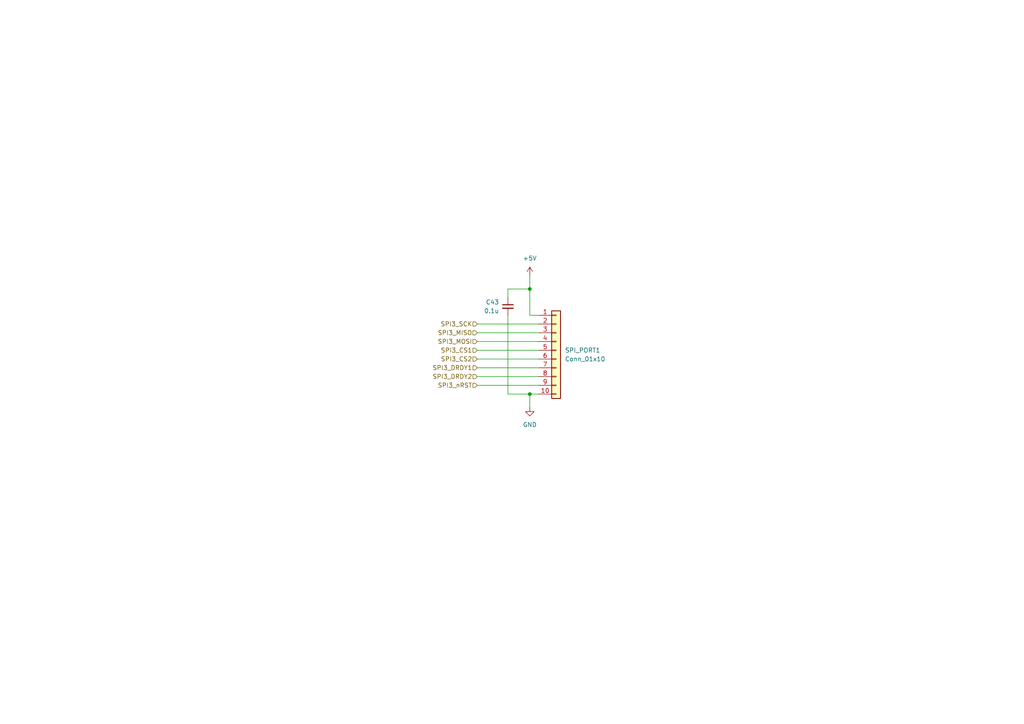
<source format=kicad_sch>
(kicad_sch (version 20231120) (generator "eeschema") (generator_version "8.0")
  (paper "A4")
  (lib_symbols
    (symbol "Connector_Generic:Conn_01x10" (pin_names (offset 1.016) hide)
      (property "Reference" "J" (at 0 12.7 0))
      (property "Value" "Conn_01x10" (at 0 -15.24 0))
      (symbol "Conn_01x10_1_1"
        (rectangle (start -1.27 -12.573) (end 0 -12.827) (stroke (width 0.1524)))
        (rectangle (start -1.27 -10.033) (end 0 -10.287) (stroke (width 0.1524)))
        (rectangle (start -1.27 -7.493) (end 0 -7.747) (stroke (width 0.1524)))
        (rectangle (start -1.27 -4.953) (end 0 -5.207) (stroke (width 0.1524)))
        (rectangle (start -1.27 -2.413) (end 0 -2.667) (stroke (width 0.1524)))
        (rectangle (start -1.27 0.127) (end 0 -0.127) (stroke (width 0.1524)))
        (rectangle (start -1.27 2.667) (end 0 2.413) (stroke (width 0.1524)))
        (rectangle (start -1.27 5.207) (end 0 4.953) (stroke (width 0.1524)))
        (rectangle (start -1.27 7.747) (end 0 7.493) (stroke (width 0.1524)))
        (rectangle (start -1.27 10.287) (end 0 10.033) (stroke (width 0.1524)))
        (rectangle (start -1.27 11.43) (end 1.27 -13.97) (stroke (width 0.254)) (fill (type background)))
        (pin passive line (at -5.08 10.16 0) (length 3.81) (name "Pin_1") (number "1"))
        (pin passive line (at -5.08 -12.7 0) (length 3.81) (name "Pin_10") (number "10"))
        (pin passive line (at -5.08 7.62 0) (length 3.81) (name "Pin_2") (number "2"))
        (pin passive line (at -5.08 5.08 0) (length 3.81) (name "Pin_3") (number "3"))
        (pin passive line (at -5.08 2.54 0) (length 3.81) (name "Pin_4") (number "4"))
        (pin passive line (at -5.08 0 0) (length 3.81) (name "Pin_5") (number "5"))
        (pin passive line (at -5.08 -2.54 0) (length 3.81) (name "Pin_6") (number "6"))
        (pin passive line (at -5.08 -5.08 0) (length 3.81) (name "Pin_7") (number "7"))
        (pin passive line (at -5.08 -7.62 0) (length 3.81) (name "Pin_8") (number "8"))
        (pin passive line (at -5.08 -10.16 0) (length 3.81) (name "Pin_9") (number "9"))
      )
    )
    (symbol "Device:C_Small" (pin_numbers hide) (pin_names (offset 0.254) hide)
      (property "Reference" "C" (at 0.254 1.778 0))
      (property "Value" "C_Small" (at 0.254 -2.032 0))
      (symbol "C_Small_0_1"
        (polyline (pts (xy -1.524 -0.508) (xy 1.524 -0.508)) (stroke (width 0.3302)))
        (polyline (pts (xy -1.524 0.508) (xy 1.524 0.508)) (stroke (width 0.3048)))
      )
      (symbol "C_Small_1_1"
        (pin passive line (at 0 2.54 270) (length 2.032) (name "~") (number "1"))
        (pin passive line (at 0 -2.54 90) (length 2.032) (name "~") (number "2"))
      )
    )
    (symbol "power:+5V" (power) (pin_numbers hide) (pin_names (offset 0) hide)
      (property "Value" "+5V" (at 0 3.556 0))
      (symbol "+5V_0_1"
        (polyline (pts (xy -0.762 1.27) (xy 0 2.54)))
        (polyline (pts (xy 0 0) (xy 0 2.54)))
        (polyline (pts (xy 0 2.54) (xy 0.762 1.27)))
      )
      (symbol "+5V_1_1"
        (pin power_in line (at 0 0 90) (length 0) (name "~") (number "1"))
      )
    )
    (symbol "power:GND" (power) (pin_numbers hide) (pin_names (offset 0) hide)
      (property "Value" "GND" (at 0 -3.81 0))
      (symbol "GND_0_1"
        (polyline (pts (xy 0 0) (xy 0 -1.27) (xy 1.27 -1.27) (xy 0 -2.54) (xy -1.27 -1.27) (xy 0 -1.27)))
      )
      (symbol "GND_1_1"
        (pin power_in line (at 0 0 270) (length 0) (name "~") (number "1"))
      )
    )
  )
  (junction (at 153.67 83.82))
  (junction (at 153.67 114.3))
  (wire (pts (xy 138.43 109.22) (xy 156.21 109.22)))
  (wire (pts (xy 138.43 104.14) (xy 156.21 104.14)))
  (wire (pts (xy 153.67 118.11) (xy 153.67 114.3)))
  (wire (pts (xy 156.21 91.44) (xy 153.67 91.44)))
  (wire (pts (xy 147.32 114.3) (xy 153.67 114.3)))
  (wire (pts (xy 138.43 99.06) (xy 156.21 99.06)))
  (wire (pts (xy 147.32 91.44) (xy 147.32 114.3)))
  (wire (pts (xy 138.43 96.52) (xy 156.21 96.52)))
  (wire (pts (xy 138.43 93.98) (xy 156.21 93.98)))
  (wire (pts (xy 138.43 106.68) (xy 156.21 106.68)))
  (wire (pts (xy 147.32 83.82) (xy 153.67 83.82)))
  (wire (pts (xy 147.32 86.36) (xy 147.32 83.82)))
  (wire (pts (xy 153.67 80.01) (xy 153.67 83.82)))
  (wire (pts (xy 153.67 114.3) (xy 156.21 114.3)))
  (wire (pts (xy 138.43 111.76) (xy 156.21 111.76)))
  (wire (pts (xy 153.67 91.44) (xy 153.67 83.82)))
  (wire (pts (xy 138.43 101.6) (xy 156.21 101.6)))
  (hierarchical_label "SPI3_nRST" (shape input) (at 138.43 111.76 180))
  (hierarchical_label "SPI3_MISO" (shape input) (at 138.43 96.52 180))
  (hierarchical_label "SPI3_SCK" (shape input) (at 138.43 93.98 180))
  (hierarchical_label "SPI3_CS2" (shape input) (at 138.43 104.14 180))
  (hierarchical_label "SPI3_DRDY1" (shape input) (at 138.43 106.68 180))
  (hierarchical_label "SPI3_DRDY2" (shape input) (at 138.43 109.22 180))
  (hierarchical_label "SPI3_MOSI" (shape input) (at 138.43 99.06 180))
  (hierarchical_label "SPI3_CS1" (shape input) (at 138.43 101.6 180))
  (symbol (lib_id "power:GND") (at 153.67 118.11 0) (unit 1)
    (property "Reference" "#PWR094" (effects (hide yes)))
    (property "Value" "GND" (at 153.67 123.19 0))
    (property "Description" "Power symbol creates a global label with name \"GND\" , ground" (effects (hide yes)))
  )
  (symbol (lib_id "power:+5V") (at 153.67 80.01 0) (unit 1)
    (property "Reference" "#PWR093" (effects (hide yes)))
    (property "Value" "+5V" (at 153.67 74.93 0))
    (property "Description" "Power symbol creates a global label with name \"+5V\"" (effects (hide yes)))
  )
  (symbol (lib_id "Device:C_Small") (at 147.32 88.9 0) (unit 1)
    (property "Reference" "C43" (at 144.78 87.6362 0) (effects (justify right)))
    (property "Value" "0.1u" (at 144.78 90.1762 0) (effects (justify right)))
    (property "Footprint" "Capacitor_SMD:C_0402_1005Metric_Pad0.74x0.62mm_HandSolder" (effects (hide yes)))
    (property "Description" "Unpolarized capacitor, small symbol" (effects (hide yes)))
  )
  (symbol (lib_id "Connector_Generic:Conn_01x10") (at 161.29 101.6 0) (unit 1)
    (property "Reference" "SPI_PORT1" (at 163.83 101.5999 0) (effects (justify left)))
    (property "Value" "Conn_01x10" (at 163.83 104.1399 0) (effects (justify left)))
    (property "Footprint" "Connector_JST:JST_GH_BM10B-GHS-TBT_1x10-1MP_P1.25mm_Vertical" (effects (hide yes)))
    (property "Description" "Generic connector, single row, 01x10, script generated (kicad-library-utils/schlib/autogen/connector/)" (effects (hide yes)))
  )
)
</source>
